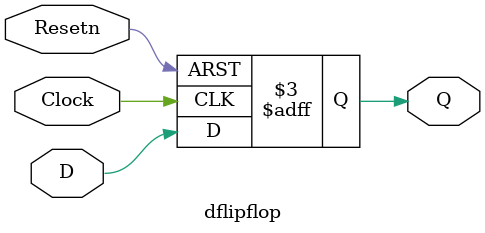
<source format=v>
module dflipflop(D, Clock, Resetn, Q);
input D, Clock, Resetn;
output reg Q;

always @(negedge Clock or negedge Resetn) begin
    if (!Resetn)
        Q <= 0;
    else
        Q <= D;
end

endmodule

</source>
